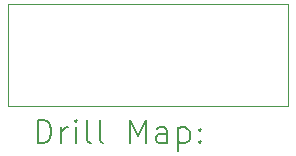
<source format=gbr>
%TF.GenerationSoftware,KiCad,Pcbnew,7.0.6*%
%TF.CreationDate,2024-05-07T01:09:36+03:00*%
%TF.ProjectId,board-photodiode,626f6172-642d-4706-986f-746f64696f64,rev?*%
%TF.SameCoordinates,Original*%
%TF.FileFunction,Drillmap*%
%TF.FilePolarity,Positive*%
%FSLAX45Y45*%
G04 Gerber Fmt 4.5, Leading zero omitted, Abs format (unit mm)*
G04 Created by KiCad (PCBNEW 7.0.6) date 2024-05-07 01:09:36*
%MOMM*%
%LPD*%
G01*
G04 APERTURE LIST*
%ADD10C,0.100000*%
%ADD11C,0.200000*%
G04 APERTURE END LIST*
D10*
X12725400Y-7696200D02*
X15100300Y-7696200D01*
X15100300Y-8559800D01*
X12725400Y-8559800D01*
X12725400Y-7696200D01*
D11*
X12981177Y-8876284D02*
X12981177Y-8676284D01*
X12981177Y-8676284D02*
X13028796Y-8676284D01*
X13028796Y-8676284D02*
X13057367Y-8685808D01*
X13057367Y-8685808D02*
X13076415Y-8704855D01*
X13076415Y-8704855D02*
X13085939Y-8723903D01*
X13085939Y-8723903D02*
X13095462Y-8761998D01*
X13095462Y-8761998D02*
X13095462Y-8790570D01*
X13095462Y-8790570D02*
X13085939Y-8828665D01*
X13085939Y-8828665D02*
X13076415Y-8847712D01*
X13076415Y-8847712D02*
X13057367Y-8866760D01*
X13057367Y-8866760D02*
X13028796Y-8876284D01*
X13028796Y-8876284D02*
X12981177Y-8876284D01*
X13181177Y-8876284D02*
X13181177Y-8742950D01*
X13181177Y-8781046D02*
X13190701Y-8761998D01*
X13190701Y-8761998D02*
X13200224Y-8752474D01*
X13200224Y-8752474D02*
X13219272Y-8742950D01*
X13219272Y-8742950D02*
X13238320Y-8742950D01*
X13304986Y-8876284D02*
X13304986Y-8742950D01*
X13304986Y-8676284D02*
X13295462Y-8685808D01*
X13295462Y-8685808D02*
X13304986Y-8695331D01*
X13304986Y-8695331D02*
X13314510Y-8685808D01*
X13314510Y-8685808D02*
X13304986Y-8676284D01*
X13304986Y-8676284D02*
X13304986Y-8695331D01*
X13428796Y-8876284D02*
X13409748Y-8866760D01*
X13409748Y-8866760D02*
X13400224Y-8847712D01*
X13400224Y-8847712D02*
X13400224Y-8676284D01*
X13533558Y-8876284D02*
X13514510Y-8866760D01*
X13514510Y-8866760D02*
X13504986Y-8847712D01*
X13504986Y-8847712D02*
X13504986Y-8676284D01*
X13762129Y-8876284D02*
X13762129Y-8676284D01*
X13762129Y-8676284D02*
X13828796Y-8819141D01*
X13828796Y-8819141D02*
X13895462Y-8676284D01*
X13895462Y-8676284D02*
X13895462Y-8876284D01*
X14076415Y-8876284D02*
X14076415Y-8771522D01*
X14076415Y-8771522D02*
X14066891Y-8752474D01*
X14066891Y-8752474D02*
X14047843Y-8742950D01*
X14047843Y-8742950D02*
X14009748Y-8742950D01*
X14009748Y-8742950D02*
X13990701Y-8752474D01*
X14076415Y-8866760D02*
X14057367Y-8876284D01*
X14057367Y-8876284D02*
X14009748Y-8876284D01*
X14009748Y-8876284D02*
X13990701Y-8866760D01*
X13990701Y-8866760D02*
X13981177Y-8847712D01*
X13981177Y-8847712D02*
X13981177Y-8828665D01*
X13981177Y-8828665D02*
X13990701Y-8809617D01*
X13990701Y-8809617D02*
X14009748Y-8800093D01*
X14009748Y-8800093D02*
X14057367Y-8800093D01*
X14057367Y-8800093D02*
X14076415Y-8790570D01*
X14171653Y-8742950D02*
X14171653Y-8942950D01*
X14171653Y-8752474D02*
X14190701Y-8742950D01*
X14190701Y-8742950D02*
X14228796Y-8742950D01*
X14228796Y-8742950D02*
X14247843Y-8752474D01*
X14247843Y-8752474D02*
X14257367Y-8761998D01*
X14257367Y-8761998D02*
X14266891Y-8781046D01*
X14266891Y-8781046D02*
X14266891Y-8838189D01*
X14266891Y-8838189D02*
X14257367Y-8857236D01*
X14257367Y-8857236D02*
X14247843Y-8866760D01*
X14247843Y-8866760D02*
X14228796Y-8876284D01*
X14228796Y-8876284D02*
X14190701Y-8876284D01*
X14190701Y-8876284D02*
X14171653Y-8866760D01*
X14352605Y-8857236D02*
X14362129Y-8866760D01*
X14362129Y-8866760D02*
X14352605Y-8876284D01*
X14352605Y-8876284D02*
X14343082Y-8866760D01*
X14343082Y-8866760D02*
X14352605Y-8857236D01*
X14352605Y-8857236D02*
X14352605Y-8876284D01*
X14352605Y-8752474D02*
X14362129Y-8761998D01*
X14362129Y-8761998D02*
X14352605Y-8771522D01*
X14352605Y-8771522D02*
X14343082Y-8761998D01*
X14343082Y-8761998D02*
X14352605Y-8752474D01*
X14352605Y-8752474D02*
X14352605Y-8771522D01*
M02*

</source>
